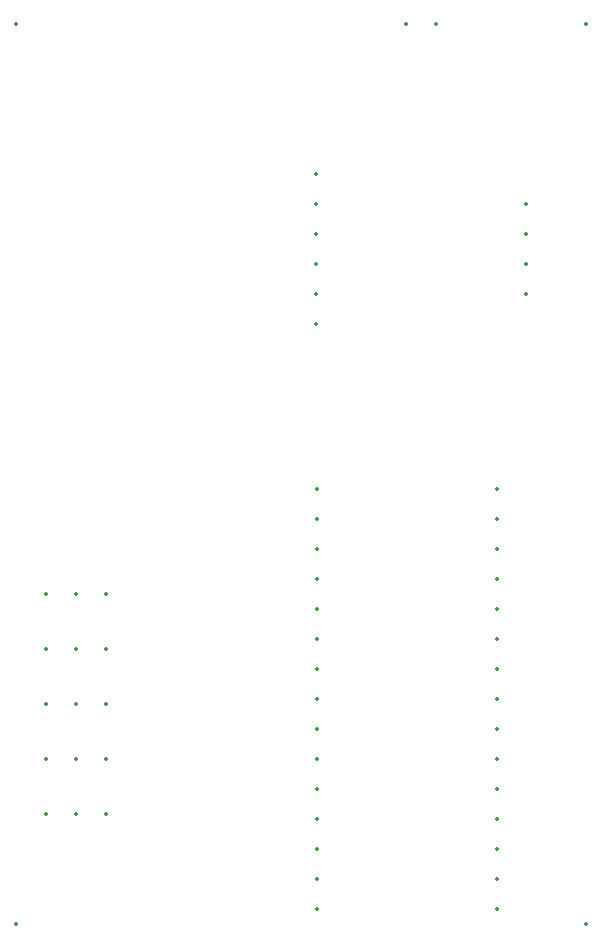
<source format=gbr>
%TF.GenerationSoftware,KiCad,Pcbnew,8.0.4-8.0.4-0~ubuntu22.04.1*%
%TF.CreationDate,2024-08-11T20:10:20+02:00*%
%TF.ProjectId,PlaneController,506c616e-6543-46f6-9e74-726f6c6c6572,rev?*%
%TF.SameCoordinates,Original*%
%TF.FileFunction,Legend,Bot*%
%TF.FilePolarity,Positive*%
%FSLAX46Y46*%
G04 Gerber Fmt 4.6, Leading zero omitted, Abs format (unit mm)*
G04 Created by KiCad (PCBNEW 8.0.4-8.0.4-0~ubuntu22.04.1) date 2024-08-11 20:10:20*
%MOMM*%
%LPD*%
G01*
G04 APERTURE LIST*
%ADD10C,0.350000*%
G04 APERTURE END LIST*
D10*
X104150000Y-72390000D03*
X104150000Y-74930000D03*
X104150000Y-77470000D03*
X104150000Y-80010000D03*
X104150000Y-82550000D03*
X104150000Y-85090000D03*
X104150000Y-87630000D03*
X104150000Y-90170000D03*
X104150000Y-92710000D03*
X104150000Y-95250000D03*
X104150000Y-97790000D03*
X104150000Y-100330000D03*
X104150000Y-102870000D03*
X104150000Y-105410000D03*
X104150000Y-107950000D03*
X119390000Y-107950000D03*
X119390000Y-105410000D03*
X119390000Y-102870000D03*
X119390000Y-100330000D03*
X119390000Y-97790000D03*
X119390000Y-95250000D03*
X119390000Y-92710000D03*
X119390000Y-90170000D03*
X119390000Y-87630000D03*
X119390000Y-85090000D03*
X119390000Y-82550000D03*
X119390000Y-80010000D03*
X119390000Y-77470000D03*
X119390000Y-74930000D03*
X119390000Y-72390000D03*
X121920000Y-48260000D03*
X121920000Y-50800000D03*
X121920000Y-53340000D03*
X121920000Y-55880000D03*
X78740000Y-33020000D03*
X78740000Y-109220000D03*
X86360000Y-85930000D03*
X83820000Y-85930000D03*
X81280000Y-85930000D03*
X111760000Y-33020000D03*
X114300000Y-33020000D03*
X86360000Y-90580000D03*
X83820000Y-90580000D03*
X81280000Y-90580000D03*
X86360000Y-99880000D03*
X83820000Y-99880000D03*
X81280000Y-99880000D03*
X86360000Y-95230000D03*
X83820000Y-95230000D03*
X81280000Y-95230000D03*
X127000000Y-33020000D03*
X127000000Y-109220000D03*
X104140000Y-45720000D03*
X104140000Y-48260000D03*
X104140000Y-50800000D03*
X104140000Y-53340000D03*
X104140000Y-55880000D03*
X104140000Y-58420000D03*
X86360000Y-81280000D03*
X83820000Y-81280000D03*
X81280000Y-81280000D03*
M02*

</source>
